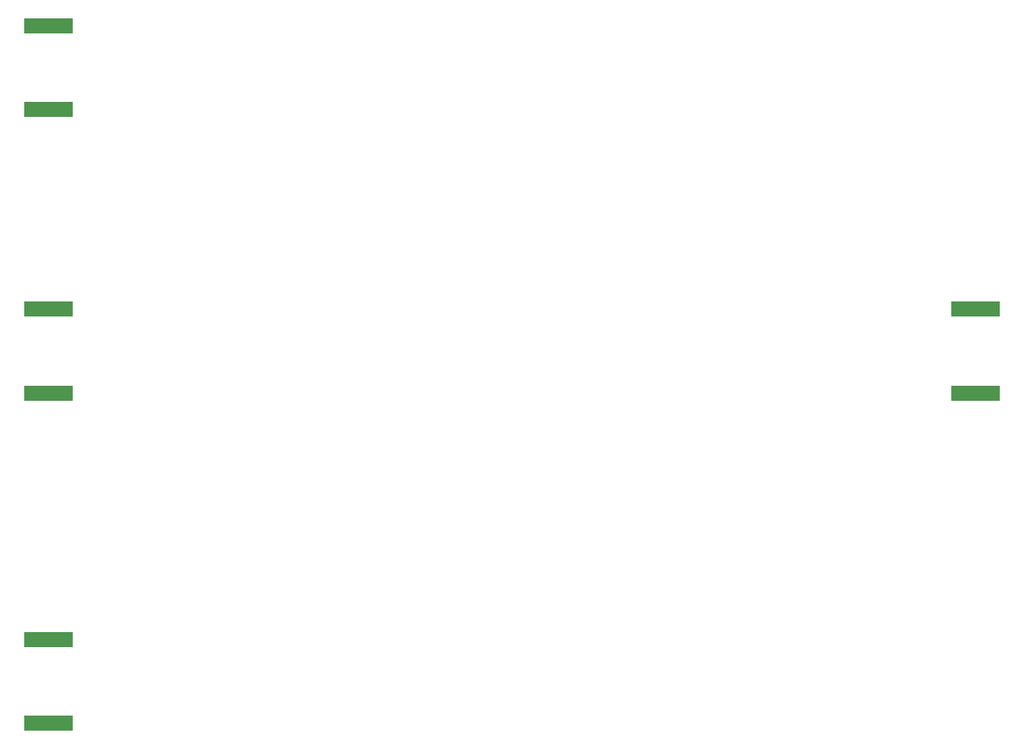
<source format=gbr>
G04 EAGLE Gerber X2 export*
G75*
%MOMM*%
%FSLAX34Y34*%
%LPD*%
%AMOC8*
5,1,8,0,0,1.08239X$1,22.5*%
G01*
%ADD10R,4.902200X1.600200*%


D10*
X30391Y829945D03*
X30391Y744855D03*
X30391Y542545D03*
X30391Y457455D03*
X30391Y207645D03*
X30391Y122555D03*
X969609Y457455D03*
X969609Y542545D03*
M02*

</source>
